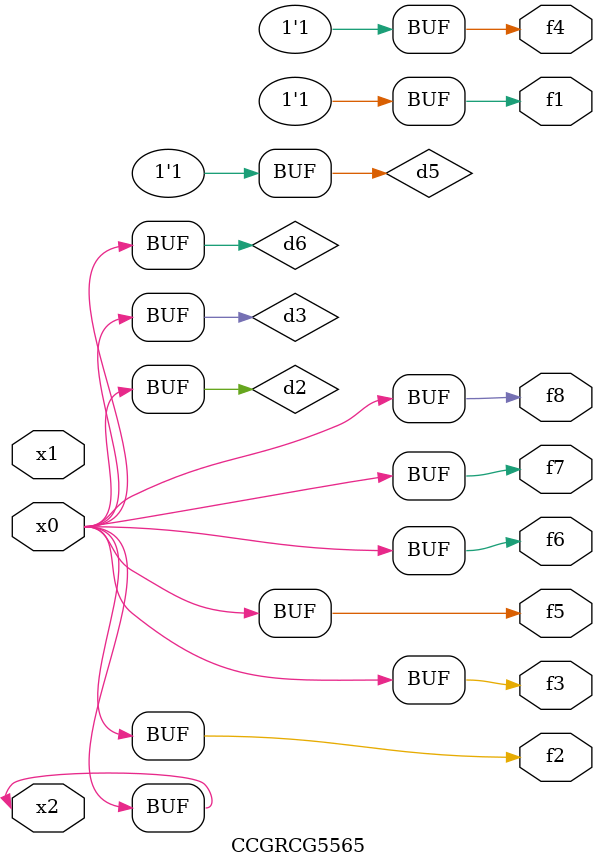
<source format=v>
module CCGRCG5565(
	input x0, x1, x2,
	output f1, f2, f3, f4, f5, f6, f7, f8
);

	wire d1, d2, d3, d4, d5, d6;

	xnor (d1, x2);
	buf (d2, x0, x2);
	and (d3, x0);
	xnor (d4, x1, x2);
	nand (d5, d1, d3);
	buf (d6, d2, d3);
	assign f1 = d5;
	assign f2 = d6;
	assign f3 = d6;
	assign f4 = d5;
	assign f5 = d6;
	assign f6 = d6;
	assign f7 = d6;
	assign f8 = d6;
endmodule

</source>
